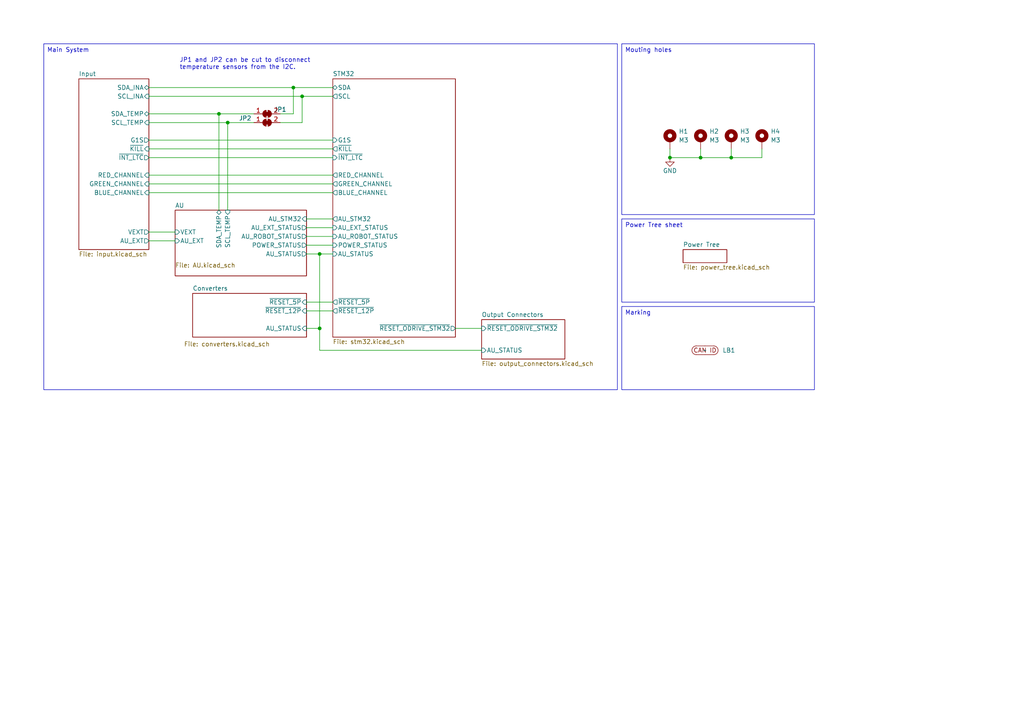
<source format=kicad_sch>
(kicad_sch (version 20230121) (generator eeschema)
  (paper "A4")
  (title_block (title "Carte Alim") (date "2025-01-15") (rev "V5.1"))
  (lib_symbols
    (symbol "Jumper:SolderJumper_2_Bridged" (pin_names (offset 0) hide)
      (property "Reference" "JP" (at 0 2.032 0))
      (property "Value" "SolderJumper_2_Bridged" (at 0 -2.54 0))
      (symbol "SolderJumper_2_Bridged_0_1"
        (rectangle (start -0.508 0.508) (end 0.508 -0.508) (fill (type outline)))
        (arc (start -0.254 1.016) (mid -1.2656 0) (end -0.254 -1.016))
        (arc (start -0.254 1.016) (mid -1.2656 0) (end -0.254 -1.016) (fill (type outline)))
        (polyline (pts (xy -0.254 1.016) (xy -0.254 -1.016)))
        (polyline (pts (xy 0.254 1.016) (xy 0.254 -1.016)))
        (arc (start 0.254 -1.016) (mid 1.2656 0) (end 0.254 1.016))
        (arc (start 0.254 -1.016) (mid 1.2656 0) (end 0.254 1.016) (fill (type outline)))
      )
      (symbol "SolderJumper_2_Bridged_1_1"
        (pin passive line (at -3.81 0 0) (length 2.54) (name "A") (number "1"))
        (pin passive line (at 3.81 0 180) (length 2.54) (name "B") (number "2"))
      )
    )
    (symbol "MarkingEvo:CAN_ID_lable" (in_bom no)
      (property "Reference" "LB" (at 0 -2.54 0))
      (symbol "CAN_ID_lable_0_1"
        (arc (start -2.54 1.27) (mid -3.7942 0) (end -2.54 -1.27))
        (polyline (pts (xy -2.54 -1.27) (xy 0 -1.27)))
        (polyline (pts (xy -2.54 1.27) (xy 0 1.27)))
        (polyline (pts (xy 0 -1.27) (xy 2.54 -1.27)))
        (polyline (pts (xy 0 1.27) (xy 2.54 1.27)))
        (arc (start 2.5559 -1.27) (mid 3.8101 0) (end 2.5559 1.27))
      )
      (symbol "CAN_ID_lable_1_1"
        (text "CAN ID" (at 0 0 0) (effects (font (size 1.27 1.27))))
      )
    )
    (symbol "Mechanical:MountingHole_Pad" (pin_numbers hide) (pin_names (offset 1.016) hide)
      (property "Reference" "H" (at 0 6.35 0))
      (property "Value" "MountingHole_Pad" (at 0 4.445 0))
      (symbol "MountingHole_Pad_0_1"
        (circle (center 0 1.27) (radius 1.27) (stroke (width 1.27)))
      )
      (symbol "MountingHole_Pad_1_1"
        (pin input line (at 0 -2.54 90) (length 2.54) (name "1") (number "1"))
      )
    )
    (symbol "power:GND" (power) (pin_names (offset 0))
      (property "Value" "GND" (at 0 -3.81 0))
      (symbol "GND_0_1"
        (polyline (pts (xy 0 0) (xy 0 -1.27) (xy 1.27 -1.27) (xy 0 -2.54) (xy -1.27 -1.27) (xy 0 -1.27)))
      )
      (symbol "GND_1_1"
        (pin power_in line (at 0 0 270) (length 0) hide (name "GND") (number "1"))
      )
    )
  )
  (junction (at 194.31 45.72))
  (junction (at 203.2 45.72))
  (junction (at 87.63 27.94))
  (junction (at 92.71 73.66))
  (junction (at 85.09 25.4))
  (junction (at 66.04 35.56))
  (junction (at 92.71 95.25))
  (junction (at 212.09 45.72))
  (junction (at 63.5 33.02))
  (wire (pts (xy 43.18 69.85) (xy 50.8 69.85)))
  (wire (pts (xy 92.71 95.25) (xy 88.9 95.25)))
  (wire (pts (xy 92.71 101.6) (xy 139.7 101.6)))
  (wire (pts (xy 212.09 45.72) (xy 220.98 45.72)))
  (wire (pts (xy 43.18 53.34) (xy 96.52 53.34)))
  (wire (pts (xy 212.09 43.18) (xy 212.09 45.72)))
  (wire (pts (xy 92.71 73.66) (xy 92.71 95.25)))
  (wire (pts (xy 194.31 43.18) (xy 194.31 45.72)))
  (wire (pts (xy 43.18 67.31) (xy 50.8 67.31)))
  (wire (pts (xy 43.18 27.94) (xy 87.63 27.94)))
  (wire (pts (xy 85.09 25.4) (xy 96.52 25.4)))
  (wire (pts (xy 88.9 66.04) (xy 96.52 66.04)))
  (wire (pts (xy 85.09 25.4) (xy 43.18 25.4)))
  (wire (pts (xy 43.18 35.56) (xy 66.04 35.56)))
  (wire (pts (xy 43.18 43.18) (xy 96.52 43.18)))
  (wire (pts (xy 43.18 45.72) (xy 96.52 45.72)))
  (wire (pts (xy 63.5 33.02) (xy 63.5 60.96)))
  (wire (pts (xy 66.04 35.56) (xy 66.04 60.96)))
  (wire (pts (xy 194.31 45.72) (xy 203.2 45.72)))
  (wire (pts (xy 88.9 90.17) (xy 96.52 90.17)))
  (wire (pts (xy 203.2 45.72) (xy 212.09 45.72)))
  (wire (pts (xy 88.9 71.12) (xy 96.52 71.12)))
  (wire (pts (xy 85.09 33.02) (xy 85.09 25.4)))
  (wire (pts (xy 92.71 95.25) (xy 92.71 101.6)))
  (wire (pts (xy 43.18 40.64) (xy 96.52 40.64)))
  (wire (pts (xy 88.9 63.5) (xy 96.52 63.5)))
  (wire (pts (xy 66.04 35.56) (xy 73.66 35.56)))
  (wire (pts (xy 87.63 27.94) (xy 96.52 27.94)))
  (wire (pts (xy 81.28 35.56) (xy 87.63 35.56)))
  (wire (pts (xy 63.5 33.02) (xy 73.66 33.02)))
  (wire (pts (xy 87.63 27.94) (xy 87.63 35.56)))
  (wire (pts (xy 220.98 45.72) (xy 220.98 43.18)))
  (wire (pts (xy 88.9 73.66) (xy 92.71 73.66)))
  (wire (pts (xy 81.28 33.02) (xy 85.09 33.02)))
  (wire (pts (xy 43.18 50.8) (xy 96.52 50.8)))
  (wire (pts (xy 203.2 43.18) (xy 203.2 45.72)))
  (wire (pts (xy 132.08 95.25) (xy 139.7 95.25)))
  (wire (pts (xy 92.71 73.66) (xy 96.52 73.66)))
  (wire (pts (xy 88.9 68.58) (xy 96.52 68.58)))
  (wire (pts (xy 88.9 87.63) (xy 96.52 87.63)))
  (wire (pts (xy 43.18 33.02) (xy 63.5 33.02)))
  (wire (pts (xy 43.18 55.88) (xy 96.52 55.88)))
  (text_box "Power Tree sheet" (at 180.34 63.5 0) (size 55.88 24.13) (effects (font (size 1.27 1.27)) (justify left top)))
  (text_box "Marking" (at 180.34 88.9 0) (size 55.88 24.13) (effects (font (size 1.27 1.27)) (justify left top)))
  (text_box "Mouting holes" (at 180.34 12.7 0) (size 55.88 49.53) (effects (font (size 1.27 1.27)) (justify left top)))
  (text_box "Main System" (at 12.7 12.7 0) (size 166.37 100.33) (effects (font (size 1.27 1.27)) (justify left top)))
  (text "JP1 and JP2 can be cut to disconnect\ntemperature sensors from the I2C." (at 52.07 20.32 0) (effects (font (size 1.27 1.27)) (justify left bottom)))
  (symbol (lib_id "Mechanical:MountingHole_Pad") (at 194.31 40.64 0) (unit 1)
    (property "Reference" "H1" (at 196.85 38.1 0) (effects (justify left)))
    (property "Value" "M3" (at 196.85 40.64 0) (effects (justify left)))
    (property "Footprint" "ComponentsEvo:WA-SMSI_9774110360" (effects hide))
  )
  (symbol (lib_id "power:GND") (at 194.31 45.72 0) (unit 1)
    (property "Reference" "#PWR01" (effects hide))
    (property "Value" "GND" (at 194.31 49.53 0))
  )
  (symbol (lib_id "Mechanical:MountingHole_Pad") (at 220.98 40.64 0) (unit 1)
    (property "Reference" "H4" (at 223.52 38.1 0) (effects (justify left)))
    (property "Value" "M3" (at 223.52 40.64 0) (effects (justify left)))
    (property "Footprint" "ComponentsEvo:WA-SMSI_9774110360" (effects hide))
  )
  (symbol (lib_id "Jumper:SolderJumper_2_Bridged") (at 77.47 33.02 0) (unit 1) (in_bom no)
    (property "Reference" "JP1" (at 81.28 31.75 0))
    (property "Value" "SolderJumper_2_Bridged" (effects hide))
    (property "Footprint" "Jumper:SolderJumper-2_P1.3mm_Bridged_RoundedPad1.0x1.5mm" (effects hide))
  )
  (symbol (lib_id "MarkingEvo:CAN_ID_lable") (at 204.47 101.6 0) (unit 1) (in_bom no)
    (property "Reference" "LB1" (at 209.55 101.6 0) (effects (justify left)))
    (property "Value" "~" (at 204.47 101.6 0))
    (property "Footprint" "MarkingEvo:CAN ID lablel" (effects hide))
  )
  (symbol (lib_id "Mechanical:MountingHole_Pad") (at 203.2 40.64 0) (unit 1)
    (property "Reference" "H2" (at 205.74 38.1 0) (effects (justify left)))
    (property "Value" "M3" (at 205.74 40.64 0) (effects (justify left)))
    (property "Footprint" "ComponentsEvo:WA-SMSI_9774110360" (effects hide))
  )
  (symbol (lib_id "Jumper:SolderJumper_2_Bridged") (at 77.47 35.56 0) (unit 1) (in_bom no)
    (property "Reference" "JP2" (at 71.12 34.29 0))
    (property "Value" "SolderJumper_2_Bridged" (effects hide))
    (property "Footprint" "Jumper:SolderJumper-2_P1.3mm_Bridged_RoundedPad1.0x1.5mm" (effects hide))
  )
  (symbol (lib_id "Mechanical:MountingHole_Pad") (at 212.09 40.64 0) (unit 1)
    (property "Reference" "H3" (at 214.63 38.1 0) (effects (justify left)))
    (property "Value" "M3" (at 214.63 40.64 0) (effects (justify left)))
    (property "Footprint" "ComponentsEvo:WA-SMSI_9774110360" (effects hide))
  )
  (sheet (at 139.7 92.71) (size 24.13 11.43) (stroke (width 0.1524))
    (property "Sheetname" "Output Connectors" (at 139.7 91.9984 0) (effects (justify left bottom)))
    (property "Sheetfile" "output_connectors.kicad_sch" (at 139.7 104.7246 0) (effects (justify left top)))
    (pin "AU_STATUS" input (at 139.7 101.6 180))
    (pin "~{RESET_ODRIVE_STM32}" input (at 139.7 95.25 180))
  )
  (sheet (at 22.86 22.86) (size 20.32 49.53) (stroke (width 0.1524))
    (property "Sheetname" "Input" (at 22.86 22.1484 0) (effects (justify left bottom)))
    (property "Sheetfile" "input.kicad_sch" (at 22.86 72.9746 0) (effects (justify left top)))
    (pin "AU_EXT" output (at 43.18 69.85 0))
    (pin "G1S" output (at 43.18 40.64 0))
    (pin "~{KILL}" input (at 43.18 43.18 0))
    (pin "RED_CHANNEL" input (at 43.18 50.8 0))
    (pin "BLUE_CHANNEL" input (at 43.18 55.88 0))
    (pin "GREEN_CHANNEL" input (at 43.18 53.34 0))
    (pin "VEXT" output (at 43.18 67.31 0))
    (pin "~{INT_LTC}" output (at 43.18 45.72 0))
    (pin "SDA_INA" bidirectional (at 43.18 25.4 0))
    (pin "SDA_TEMP" bidirectional (at 43.18 33.02 0))
    (pin "SCL_TEMP" input (at 43.18 35.56 0))
    (pin "SCL_INA" input (at 43.18 27.94 0))
  )
  (sheet (at 96.52 22.86) (size 35.56 74.93) (stroke (width 0.1524))
    (property "Sheetname" "STM32" (at 96.52 22.1484 0) (effects (justify left bottom)))
    (property "Sheetfile" "stm32.kicad_sch" (at 96.52 98.3746 0) (effects (justify left top)))
    (pin "SDA" bidirectional (at 96.52 25.4 180))
    (pin "SCL" output (at 96.52 27.94 180))
    (pin "RED_CHANNEL" output (at 96.52 50.8 180))
    (pin "GREEN_CHANNEL" output (at 96.52 53.34 180))
    (pin "BLUE_CHANNEL" output (at 96.52 55.88 180))
    (pin "G1S" input (at 96.52 40.64 180))
    (pin "~{KILL}" output (at 96.52 43.18 180))
    (pin "~{RESET_5P}" output (at 96.52 87.63 180))
    (pin "~{RESET_12P}" output (at 96.52 90.17 180))
    (pin "AU_STM32" output (at 96.52 63.5 180))
    (pin "AU_EXT_STATUS" input (at 96.52 66.04 180))
    (pin "AU_ROBOT_STATUS" input (at 96.52 68.58 180))
    (pin "~{INT_LTC}" input (at 96.52 45.72 180))
    (pin "~{RESET_ODRIVE_STM32}" output (at 132.08 95.25 0))
    (pin "POWER_STATUS" input (at 96.52 71.12 180))
    (pin "AU_STATUS" input (at 96.52 73.66 180))
  )
  (sheet (at 198.12 72.39) (size 12.7 3.81) (stroke (width 0.1524))
    (property "Sheetname" "Power Tree" (at 198.12 71.6784 0) (effects (justify left bottom)))
    (property "Sheetfile" "power_tree.kicad_sch" (at 198.12 76.7846 0) (effects (justify left top)))
  )
  (sheet (at 55.88 85.09) (size 33.02 12.7) (stroke (width 0.1524))
    (property "Sheetname" "Converters" (at 55.88 84.3784 0) (effects (justify left bottom)))
    (property "Sheetfile" "converters.kicad_sch" (at 53.34 99.06 0) (effects (justify left top)))
    (pin "~{RESET_5P}" input (at 88.9 87.63 0))
    (pin "~{RESET_12P}" input (at 88.9 90.17 0))
    (pin "AU_STATUS" input (at 88.9 95.25 0))
  )
  (sheet (at 50.8 60.96) (size 38.1 19.05) (stroke (width 0.1524))
    (property "Sheetname" "AU" (at 50.8 60.325 0) (effects (justify left bottom)))
    (property "Sheetfile" "AU.kicad_sch" (at 50.8 76.2 0) (effects (justify left top)))
    (pin "AU_STM32" input (at 88.9 63.5 0))
    (pin "AU_EXT" input (at 50.8 69.85 180))
    (pin "AU_STATUS" output (at 88.9 73.66 0))
    (pin "AU_ROBOT_STATUS" output (at 88.9 68.58 0))
    (pin "AU_EXT_STATUS" output (at 88.9 66.04 0))
    (pin "VEXT" input (at 50.8 67.31 180))
    (pin "POWER_STATUS" output (at 88.9 71.12 0))
    (pin "SDA_TEMP" bidirectional (at 63.5 60.96 90))
    (pin "SCL_TEMP" input (at 66.04 60.96 90))
  )
)
</source>
